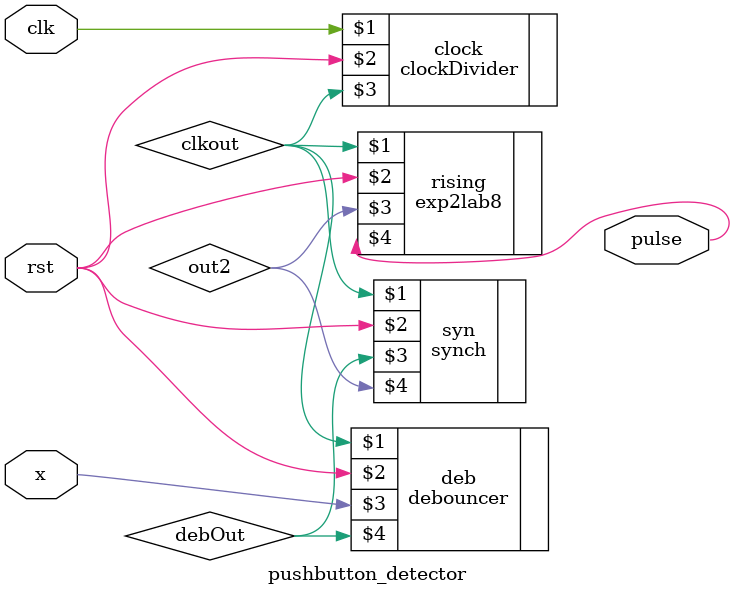
<source format=v>
`timescale 1ns / 1ps


module pushbutton_detector(input clk, rst, x, output  pulse);
wire clkout;
clockDivider #(500000)clock(clk, rst, clkout);
wire debOut;
debouncer deb(clkout, rst, x, debOut);
wire out2;
synch syn(clkout, rst, debOut, out2);
exp2lab8 rising(clkout, rst, out2, pulse);
endmodule

</source>
